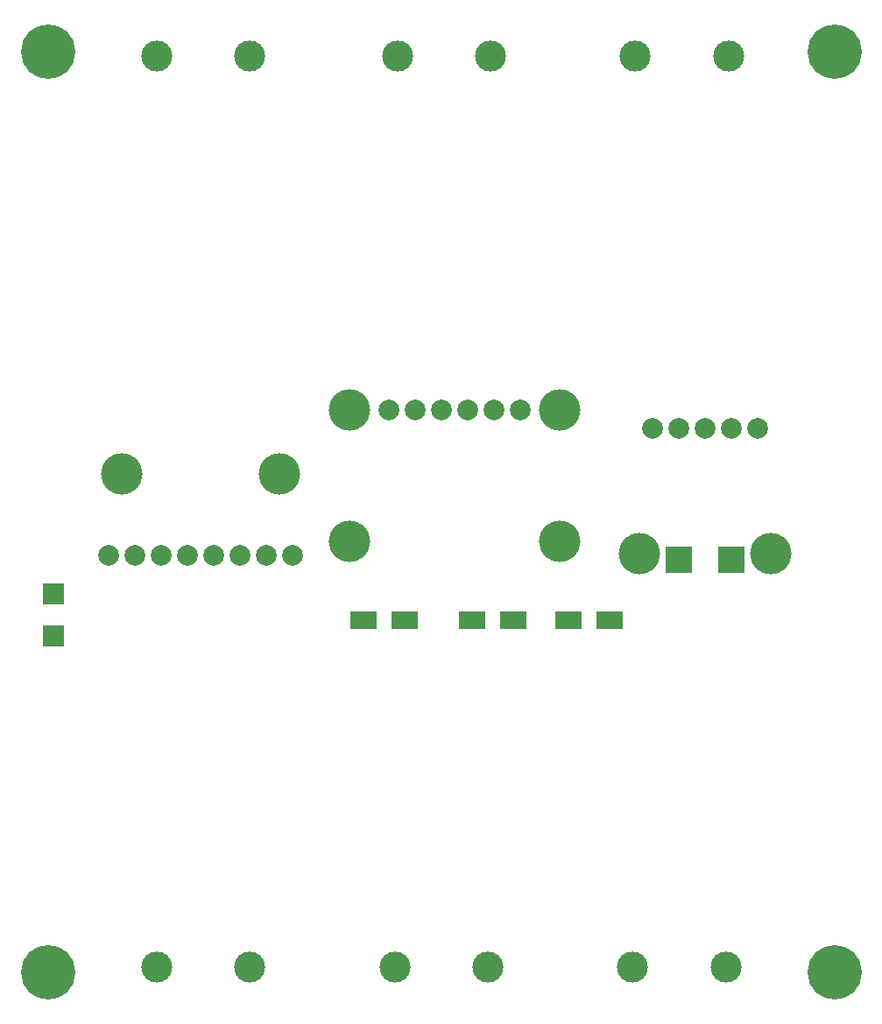
<source format=gbr>
%TF.GenerationSoftware,KiCad,Pcbnew,(5.1.10)-1*%
%TF.CreationDate,2022-06-07T20:11:27-07:00*%
%TF.ProjectId,solar-panel-NoCutout,736f6c61-722d-4706-916e-656c2d4e6f43,1.0*%
%TF.SameCoordinates,Original*%
%TF.FileFunction,Soldermask,Top*%
%TF.FilePolarity,Negative*%
%FSLAX46Y46*%
G04 Gerber Fmt 4.6, Leading zero omitted, Abs format (unit mm)*
G04 Created by KiCad (PCBNEW (5.1.10)-1) date 2022-06-07 20:11:27*
%MOMM*%
%LPD*%
G01*
G04 APERTURE LIST*
%ADD10R,2.000000X2.000000*%
%ADD11C,4.000000*%
%ADD12C,2.000000*%
%ADD13C,5.250000*%
%ADD14R,2.500000X2.500000*%
%ADD15C,3.000000*%
%ADD16R,2.500000X1.700000*%
G04 APERTURE END LIST*
D10*
%TO.C,J7*%
X107000000Y-126800000D03*
%TD*%
%TO.C,J6*%
X107000000Y-122750000D03*
%TD*%
D11*
%TO.C,U1*%
X155910000Y-117600000D03*
X135590000Y-117600000D03*
X155910000Y-104900000D03*
D12*
X149560000Y-104900000D03*
X147020000Y-104900000D03*
X152100000Y-104900000D03*
X139400000Y-104900000D03*
X141940000Y-104900000D03*
X144480000Y-104900000D03*
D11*
X135590000Y-104900000D03*
%TD*%
D13*
%TO.C,J2*%
X106500000Y-70300000D03*
%TD*%
%TO.C,J5*%
X182500000Y-159300000D03*
%TD*%
%TO.C,J4*%
X182500000Y-70300000D03*
%TD*%
%TO.C,J3*%
X106500000Y-159300000D03*
%TD*%
D11*
%TO.C,U3*%
X113630000Y-111126000D03*
X128870000Y-111126000D03*
D12*
X117440000Y-119000000D03*
X119980000Y-119000000D03*
X112360000Y-119000000D03*
X114900000Y-119000000D03*
X130140000Y-119000000D03*
X127600000Y-119000000D03*
X125060000Y-119000000D03*
X122520000Y-119000000D03*
%TD*%
D14*
%TO.C,U2*%
X167460000Y-119450000D03*
X172540000Y-119450000D03*
D11*
X163650000Y-118815000D03*
X176350000Y-118815000D03*
D12*
X175080000Y-106750000D03*
X172540000Y-106750000D03*
X164920000Y-106750000D03*
X167460000Y-106750000D03*
X170000000Y-106750000D03*
%TD*%
D15*
%TO.C,SC6*%
X172250000Y-70750000D03*
X163250000Y-70750000D03*
%TD*%
%TO.C,SC5*%
X163000000Y-158750000D03*
X172000000Y-158750000D03*
%TD*%
%TO.C,SC4*%
X149250000Y-70750000D03*
X140250000Y-70750000D03*
%TD*%
%TO.C,SC3*%
X140000000Y-158750000D03*
X149000000Y-158750000D03*
%TD*%
%TO.C,SC2*%
X126000000Y-70750000D03*
X117000000Y-70750000D03*
%TD*%
%TO.C,SC1*%
X117000000Y-158750000D03*
X126000000Y-158750000D03*
%TD*%
D16*
%TO.C,D3*%
X160750000Y-125250000D03*
X156750000Y-125250000D03*
%TD*%
%TO.C,D2*%
X151500000Y-125250000D03*
X147500000Y-125250000D03*
%TD*%
%TO.C,D1*%
X141000000Y-125250000D03*
X137000000Y-125250000D03*
%TD*%
M02*

</source>
